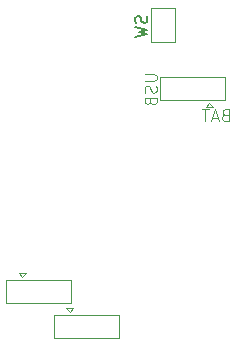
<source format=gbr>
%TF.GenerationSoftware,KiCad,Pcbnew,9.0.1*%
%TF.CreationDate,2025-04-20T11:30:13-04:00*%
%TF.ProjectId,ardentis,61726465-6e74-4697-932e-6b696361645f,A*%
%TF.SameCoordinates,Original*%
%TF.FileFunction,Legend,Bot*%
%TF.FilePolarity,Positive*%
%FSLAX46Y46*%
G04 Gerber Fmt 4.6, Leading zero omitted, Abs format (unit mm)*
G04 Created by KiCad (PCBNEW 9.0.1) date 2025-04-20 11:30:13*
%MOMM*%
%LPD*%
G01*
G04 APERTURE LIST*
%ADD10C,0.150000*%
%ADD11C,0.100000*%
%ADD12C,0.120000*%
G04 APERTURE END LIST*
D10*
X142622200Y-94239160D02*
X142669819Y-94382017D01*
X142669819Y-94382017D02*
X142669819Y-94620112D01*
X142669819Y-94620112D02*
X142622200Y-94715350D01*
X142622200Y-94715350D02*
X142574580Y-94762969D01*
X142574580Y-94762969D02*
X142479342Y-94810588D01*
X142479342Y-94810588D02*
X142384104Y-94810588D01*
X142384104Y-94810588D02*
X142288866Y-94762969D01*
X142288866Y-94762969D02*
X142241247Y-94715350D01*
X142241247Y-94715350D02*
X142193628Y-94620112D01*
X142193628Y-94620112D02*
X142146009Y-94429636D01*
X142146009Y-94429636D02*
X142098390Y-94334398D01*
X142098390Y-94334398D02*
X142050771Y-94286779D01*
X142050771Y-94286779D02*
X141955533Y-94239160D01*
X141955533Y-94239160D02*
X141860295Y-94239160D01*
X141860295Y-94239160D02*
X141765057Y-94286779D01*
X141765057Y-94286779D02*
X141717438Y-94334398D01*
X141717438Y-94334398D02*
X141669819Y-94429636D01*
X141669819Y-94429636D02*
X141669819Y-94667731D01*
X141669819Y-94667731D02*
X141717438Y-94810588D01*
X141669819Y-95143922D02*
X142669819Y-95382017D01*
X142669819Y-95382017D02*
X141955533Y-95572493D01*
X141955533Y-95572493D02*
X142669819Y-95762969D01*
X142669819Y-95762969D02*
X141669819Y-96001065D01*
D11*
X142472419Y-99153884D02*
X143281942Y-99153884D01*
X143281942Y-99153884D02*
X143377180Y-99201503D01*
X143377180Y-99201503D02*
X143424800Y-99249122D01*
X143424800Y-99249122D02*
X143472419Y-99344360D01*
X143472419Y-99344360D02*
X143472419Y-99534836D01*
X143472419Y-99534836D02*
X143424800Y-99630074D01*
X143424800Y-99630074D02*
X143377180Y-99677693D01*
X143377180Y-99677693D02*
X143281942Y-99725312D01*
X143281942Y-99725312D02*
X142472419Y-99725312D01*
X143424800Y-100153884D02*
X143472419Y-100296741D01*
X143472419Y-100296741D02*
X143472419Y-100534836D01*
X143472419Y-100534836D02*
X143424800Y-100630074D01*
X143424800Y-100630074D02*
X143377180Y-100677693D01*
X143377180Y-100677693D02*
X143281942Y-100725312D01*
X143281942Y-100725312D02*
X143186704Y-100725312D01*
X143186704Y-100725312D02*
X143091466Y-100677693D01*
X143091466Y-100677693D02*
X143043847Y-100630074D01*
X143043847Y-100630074D02*
X142996228Y-100534836D01*
X142996228Y-100534836D02*
X142948609Y-100344360D01*
X142948609Y-100344360D02*
X142900990Y-100249122D01*
X142900990Y-100249122D02*
X142853371Y-100201503D01*
X142853371Y-100201503D02*
X142758133Y-100153884D01*
X142758133Y-100153884D02*
X142662895Y-100153884D01*
X142662895Y-100153884D02*
X142567657Y-100201503D01*
X142567657Y-100201503D02*
X142520038Y-100249122D01*
X142520038Y-100249122D02*
X142472419Y-100344360D01*
X142472419Y-100344360D02*
X142472419Y-100582455D01*
X142472419Y-100582455D02*
X142520038Y-100725312D01*
X142948609Y-101487217D02*
X142996228Y-101630074D01*
X142996228Y-101630074D02*
X143043847Y-101677693D01*
X143043847Y-101677693D02*
X143139085Y-101725312D01*
X143139085Y-101725312D02*
X143281942Y-101725312D01*
X143281942Y-101725312D02*
X143377180Y-101677693D01*
X143377180Y-101677693D02*
X143424800Y-101630074D01*
X143424800Y-101630074D02*
X143472419Y-101534836D01*
X143472419Y-101534836D02*
X143472419Y-101153884D01*
X143472419Y-101153884D02*
X142472419Y-101153884D01*
X142472419Y-101153884D02*
X142472419Y-101487217D01*
X142472419Y-101487217D02*
X142520038Y-101582455D01*
X142520038Y-101582455D02*
X142567657Y-101630074D01*
X142567657Y-101630074D02*
X142662895Y-101677693D01*
X142662895Y-101677693D02*
X142758133Y-101677693D01*
X142758133Y-101677693D02*
X142853371Y-101630074D01*
X142853371Y-101630074D02*
X142900990Y-101582455D01*
X142900990Y-101582455D02*
X142948609Y-101487217D01*
X142948609Y-101487217D02*
X142948609Y-101153884D01*
X149262782Y-102598609D02*
X149119925Y-102646228D01*
X149119925Y-102646228D02*
X149072306Y-102693847D01*
X149072306Y-102693847D02*
X149024687Y-102789085D01*
X149024687Y-102789085D02*
X149024687Y-102931942D01*
X149024687Y-102931942D02*
X149072306Y-103027180D01*
X149072306Y-103027180D02*
X149119925Y-103074800D01*
X149119925Y-103074800D02*
X149215163Y-103122419D01*
X149215163Y-103122419D02*
X149596115Y-103122419D01*
X149596115Y-103122419D02*
X149596115Y-102122419D01*
X149596115Y-102122419D02*
X149262782Y-102122419D01*
X149262782Y-102122419D02*
X149167544Y-102170038D01*
X149167544Y-102170038D02*
X149119925Y-102217657D01*
X149119925Y-102217657D02*
X149072306Y-102312895D01*
X149072306Y-102312895D02*
X149072306Y-102408133D01*
X149072306Y-102408133D02*
X149119925Y-102503371D01*
X149119925Y-102503371D02*
X149167544Y-102550990D01*
X149167544Y-102550990D02*
X149262782Y-102598609D01*
X149262782Y-102598609D02*
X149596115Y-102598609D01*
X148643734Y-102836704D02*
X148167544Y-102836704D01*
X148738972Y-103122419D02*
X148405639Y-102122419D01*
X148405639Y-102122419D02*
X148072306Y-103122419D01*
X147881829Y-102122419D02*
X147310401Y-102122419D01*
X147596115Y-103122419D02*
X147596115Y-102122419D01*
D12*
%TO.C,JP3*%
X143000000Y-93600000D02*
X143000000Y-96400000D01*
X143000000Y-96400000D02*
X145000000Y-96400000D01*
X145000000Y-93600000D02*
X143000000Y-93600000D01*
X145000000Y-96400000D02*
X145000000Y-93600000D01*
%TO.C,JP4*%
X143800000Y-99400000D02*
X143800000Y-101350000D01*
X143800000Y-101350000D02*
X149300000Y-101350000D01*
X147650000Y-101900000D02*
X147950000Y-101600000D01*
X147950000Y-101600000D02*
X148250000Y-101900000D01*
X148250000Y-101900000D02*
X147650000Y-101900000D01*
X149300000Y-99400000D02*
X143800000Y-99400000D01*
X149300000Y-101350000D02*
X149300000Y-99400000D01*
%TO.C,JP5*%
X130750000Y-116550000D02*
X130750000Y-118500000D01*
X130750000Y-118500000D02*
X136250000Y-118500000D01*
X131800000Y-116000000D02*
X132400000Y-116000000D01*
X132100000Y-116300000D02*
X131800000Y-116000000D01*
X132400000Y-116000000D02*
X132100000Y-116300000D01*
X136250000Y-116550000D02*
X130750000Y-116550000D01*
X136250000Y-118500000D02*
X136250000Y-116550000D01*
%TO.C,JP6*%
X134750000Y-119550000D02*
X134750000Y-121500000D01*
X134750000Y-121500000D02*
X140250000Y-121500000D01*
X135800000Y-119000000D02*
X136400000Y-119000000D01*
X136100000Y-119300000D02*
X135800000Y-119000000D01*
X136400000Y-119000000D02*
X136100000Y-119300000D01*
X140250000Y-119550000D02*
X134750000Y-119550000D01*
X140250000Y-121500000D02*
X140250000Y-119550000D01*
%TD*%
M02*

</source>
